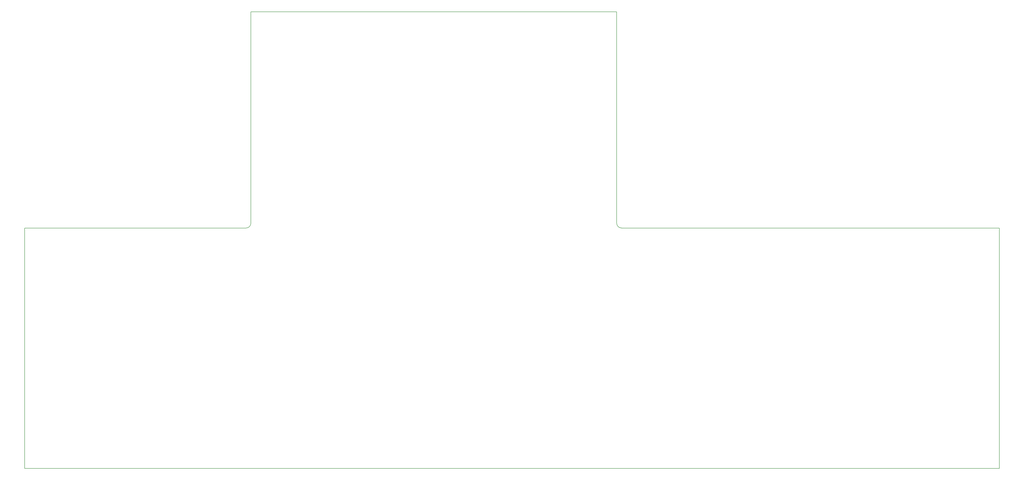
<source format=gm1>
G04 #@! TF.GenerationSoftware,KiCad,Pcbnew,9.0.4*
G04 #@! TF.CreationDate,2025-10-07T22:59:05+02:00*
G04 #@! TF.ProjectId,wb50,77623530-2e6b-4696-9361-645f70636258,rev?*
G04 #@! TF.SameCoordinates,Original*
G04 #@! TF.FileFunction,Profile,NP*
%FSLAX46Y46*%
G04 Gerber Fmt 4.6, Leading zero omitted, Abs format (unit mm)*
G04 Created by KiCad (PCBNEW 9.0.4) date 2025-10-07 22:59:05*
%MOMM*%
%LPD*%
G01*
G04 APERTURE LIST*
G04 #@! TA.AperFunction,Profile*
%ADD10C,0.200000*%
G04 #@! TD*
G04 APERTURE END LIST*
D10*
X367500000Y-176000000D02*
G75*
G02*
X365500000Y-174000000I0J2000000D01*
G01*
X524500000Y-176000000D02*
X524500000Y-276000000D01*
X524500000Y-276000000D02*
X119500000Y-276000000D01*
X365500000Y-174000000D02*
X365500000Y-86000000D01*
X213500000Y-86000000D02*
X365500000Y-86000000D01*
X213500000Y-174000000D02*
G75*
G02*
X211500000Y-176000000I-2000000J0D01*
G01*
X367500000Y-176000000D02*
X524500000Y-176000000D01*
X119500000Y-176000000D02*
X211500000Y-176000000D01*
X119500000Y-276000000D02*
X119500000Y-176000000D01*
X213500000Y-174000000D02*
X213500000Y-86000000D01*
M02*

</source>
